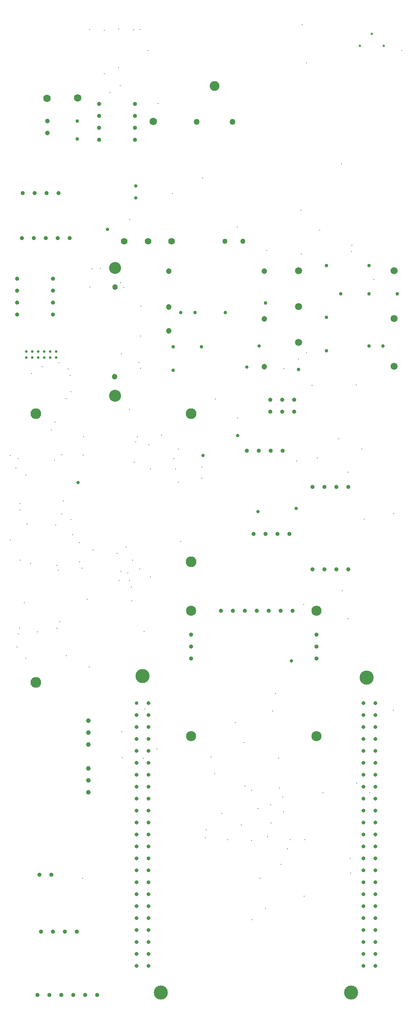
<source format=gbr>
G04 Layer_Color=0*
%FSLAX26Y26*%
%MOIN*%
%TF.FileFunction,Plated,1,6,PTH,Drill*%
%TF.Part,Single*%
G01*
G75*
%TA.AperFunction,ComponentDrill*%
%ADD150C,0.022268*%
%ADD151C,0.022268*%
%ADD152C,0.062992*%
%ADD153C,0.039370*%
%ADD154C,0.031496*%
%ADD155C,0.030000*%
%ADD156C,0.100000*%
%ADD157C,0.047000*%
%ADD158C,0.047244*%
%ADD159C,0.047244*%
%ADD160C,0.035433*%
%ADD161C,0.020000*%
%ADD162C,0.082000*%
%ADD163C,0.050000*%
%ADD164C,0.059055*%
%ADD165C,0.027559*%
%TA.AperFunction,OtherDrill,Free Pad (1908.949mil,2764.812mil)*%
%ADD166C,0.030000*%
%TA.AperFunction,OtherDrill,Free Pad (1790.837mil,2764.812mil)*%
%ADD167C,0.030000*%
%TA.AperFunction,OtherDrill,Free Pad (1436.507mil,2725.442mil)*%
%ADD168C,0.030000*%
%TA.AperFunction,OtherDrill,Free Pad (1200.287mil,2567.96mil)*%
%ADD169C,0.030000*%
%TA.AperFunction,OtherDrill,Free Pad (1436.507mil,3006.032mil)*%
%ADD170C,0.030000*%
%TA.AperFunction,OtherDrill,Free Pad (1554.617mil,3202.882mil)*%
%ADD171C,0.030000*%
%TA.AperFunction,OtherDrill,Free Pad (1790.837mil,3202.882mil)*%
%ADD172C,0.030000*%
%TA.AperFunction,OtherDrill,Free Pad (2027.057mil,3202.882mil)*%
%ADD173C,0.030000*%
%TA.AperFunction,OtherDrill,Free Pad (1790.837mil,3439.102mil)*%
%ADD174C,0.030000*%
%TA.AperFunction,OtherDrill,Free Pad (1436.507mil,3439.102mil)*%
%ADD175C,0.030000*%
%TA.AperFunction,OtherDrill,Free Pad (924.695mil,3124.142mil)*%
%ADD176C,0.030000*%
%TA.AperFunction,OtherDrill,Free Pad (590.049mil,3045.402mil)*%
%ADD177C,0.030000*%
%TA.AperFunction,OtherDrill,Free Pad (216.035mil,3045.402mil)*%
%ADD178C,0.030000*%
%TA.AperFunction,OtherDrill,Free Pad (334.145mil,3045.402mil)*%
%ADD179C,0.030000*%
%TA.AperFunction,OtherDrill,Free Pad (388.199mil,2759.812mil)*%
%ADD180C,0.030000*%
%TA.AperFunction,OtherDrill,Free Pad (151.979mil,2759.812mil)*%
%ADD181C,0.030000*%
%TA.AperFunction,OtherDrill,Free Pad (151.979mil,2562.96mil)*%
%ADD182C,0.030000*%
%TA.AperFunction,ComponentDrill*%
%ADD183C,0.055118*%
%ADD184C,0.043307*%
%TA.AperFunction,OtherDrill,Pad Free-3 (1771.153mil,-10.78mil)*%
%ADD185C,0.118110*%
%TA.AperFunction,OtherDrill,Pad Free-3 (-103.745mil,0mil)*%
%ADD186C,0.118110*%
%TA.AperFunction,OtherDrill,Pad Free-3 (49.309mil,-2648.574mil)*%
%ADD187C,0.118110*%
%TA.AperFunction,OtherDrill,Pad Free-3 (1643.201mil,-2648.574mil)*%
%ADD188C,0.118110*%
%TA.AperFunction,OtherDrill,Pad Free-3 (300.585mil,959.41mil)*%
%ADD189C,0.090000*%
%TA.AperFunction,OtherDrill,Pad Free-3 (-999.415mil,-50.59mil)*%
%ADD190C,0.090000*%
%TA.AperFunction,OtherDrill,Pad Free-3 (300.585mil,2199.41mil)*%
%ADD191C,0.090000*%
%TA.AperFunction,OtherDrill,Pad Free-3 (-999.415mil,2199.41mil)*%
%ADD192C,0.090000*%
%TA.AperFunction,OtherDrill,Pad Free-4 (300.585mil,-500.59mil)*%
%ADD193C,0.085000*%
%TA.AperFunction,OtherDrill,Pad Free-5 (1350.585mil,549.41mil)*%
%ADD194C,0.085000*%
%TA.AperFunction,OtherDrill,Pad Free-6 (1350.585mil,-500.59mil)*%
%ADD195C,0.085000*%
%TA.AperFunction,OtherDrill,Pad Free-7 (300.585mil,549.41mil)*%
%ADD196C,0.085000*%
%TA.AperFunction,ComponentDrill*%
%ADD197C,0.035433*%
%TA.AperFunction,ViaDrill,NotFilled*%
%ADD198C,0.011811*%
%ADD199C,0.028000*%
D150*
X-828493Y2717567D02*
D03*
X-878493Y2717567D02*
D03*
X-928493Y2717567D02*
D03*
X-978493Y2717567D02*
D03*
X-1028493Y2717567D02*
D03*
X-1078493Y2717567D02*
D03*
X-828493Y2667567D02*
D03*
X-928493Y2667567D02*
D03*
X-978493Y2667567D02*
D03*
X-1028493Y2667567D02*
D03*
X-878493Y2667567D02*
D03*
D151*
X-1078493Y2667567D02*
D03*
D152*
X-904115Y4839000D02*
D03*
X-647115Y4840000D02*
D03*
X-14115Y4644000D02*
D03*
D153*
X-902415Y4547094D02*
D03*
X-902415Y4647094D02*
D03*
X-559415Y-770590D02*
D03*
X-559415Y-870590D02*
D03*
X-559415Y-970590D02*
D03*
X-559415Y-570590D02*
D03*
X-559415Y-470590D02*
D03*
X-559415Y-370590D02*
D03*
D154*
X-53745Y-225000D02*
D03*
X-53745Y-325000D02*
D03*
X-53745Y-425000D02*
D03*
X-53745Y-525000D02*
D03*
X-53745Y-625000D02*
D03*
X-53745Y-725000D02*
D03*
X-53745Y-825000D02*
D03*
X-53745Y-925000D02*
D03*
X-53745Y-1025000D02*
D03*
X-53745Y-1125000D02*
D03*
X-53745Y-1225000D02*
D03*
X-53745Y-1325000D02*
D03*
X-53745Y-1425000D02*
D03*
X-53745Y-1525000D02*
D03*
X-53745Y-1625000D02*
D03*
X-53745Y-1725000D02*
D03*
X-53745Y-1825000D02*
D03*
X-53745Y-1925000D02*
D03*
X-53745Y-2025000D02*
D03*
X-53745Y-2125000D02*
D03*
X-53745Y-2225000D02*
D03*
X-53745Y-2325000D02*
D03*
X-53745Y-2425000D02*
D03*
X-153745Y-325000D02*
D03*
X-153745Y-425000D02*
D03*
X-153745Y-525000D02*
D03*
X-153745Y-625000D02*
D03*
X-153745Y-725000D02*
D03*
X-153745Y-825000D02*
D03*
X-153745Y-925000D02*
D03*
X-153745Y-1025000D02*
D03*
X-153745Y-1125000D02*
D03*
X-153745Y-1225000D02*
D03*
X-153745Y-1325000D02*
D03*
X-153745Y-1425000D02*
D03*
X-153745Y-1525000D02*
D03*
X-153745Y-1625000D02*
D03*
X-153745Y-1725000D02*
D03*
X-153745Y-1825000D02*
D03*
X-153745Y-1925000D02*
D03*
X-153745Y-2025000D02*
D03*
X-153745Y-2125000D02*
D03*
X-153745Y-2225000D02*
D03*
X-153745Y-2325000D02*
D03*
X-153745Y-2425000D02*
D03*
X1746255Y-225000D02*
D03*
X1846255Y-225000D02*
D03*
X1846255Y-325000D02*
D03*
X1846255Y-425000D02*
D03*
X1846255Y-525000D02*
D03*
X1846255Y-625000D02*
D03*
X1846255Y-725000D02*
D03*
X1846255Y-825000D02*
D03*
X1846255Y-925000D02*
D03*
X1846255Y-1025000D02*
D03*
X1846255Y-1125000D02*
D03*
X1846255Y-1225000D02*
D03*
X1846255Y-1325000D02*
D03*
X1846255Y-1425000D02*
D03*
X1846255Y-1525000D02*
D03*
X1846255Y-1625000D02*
D03*
X1846255Y-1725000D02*
D03*
X1846255Y-1825000D02*
D03*
X1846255Y-1925000D02*
D03*
X1846255Y-2025000D02*
D03*
X1846255Y-2125000D02*
D03*
X1846255Y-2225000D02*
D03*
X1846255Y-2325000D02*
D03*
X1846255Y-2425000D02*
D03*
X1746255Y-325000D02*
D03*
X1746255Y-425000D02*
D03*
X1746255Y-525000D02*
D03*
X1746255Y-625000D02*
D03*
X1746255Y-725000D02*
D03*
X1746255Y-825000D02*
D03*
X1746255Y-925000D02*
D03*
X1746255Y-1025000D02*
D03*
X1746255Y-1125000D02*
D03*
X1746255Y-1225000D02*
D03*
X1746255Y-1325000D02*
D03*
X1746255Y-1425000D02*
D03*
X1746255Y-1525000D02*
D03*
X1746255Y-1625000D02*
D03*
X1746255Y-1725000D02*
D03*
X1746255Y-1825000D02*
D03*
X1746255Y-1925000D02*
D03*
X1746255Y-2025000D02*
D03*
X1746255Y-2125000D02*
D03*
X1746255Y-2225000D02*
D03*
X1746255Y-2325000D02*
D03*
X1746255Y-2425000D02*
D03*
D155*
X-153745Y-225000D02*
D03*
X-650107Y4646700D02*
D03*
X-650107Y4497094D02*
D03*
D156*
X-335147Y2346722D02*
D03*
X-335147Y3419122D02*
D03*
D157*
X-335147Y3257222D02*
D03*
X-336747Y2508622D02*
D03*
D158*
X914853Y2991190D02*
D03*
D159*
X114853Y3391190D02*
D03*
X114853Y3091190D02*
D03*
X114853Y2891190D02*
D03*
X914853Y3391190D02*
D03*
X914853Y2591190D02*
D03*
D160*
X964067Y2213630D02*
D03*
X1064067Y2213630D02*
D03*
X1164067Y2213630D02*
D03*
X1164067Y2313630D02*
D03*
X1064067Y2313630D02*
D03*
X964067Y2313630D02*
D03*
X826271Y1190008D02*
D03*
X926271Y1190008D02*
D03*
X1026271Y1190008D02*
D03*
X1126271Y1190008D02*
D03*
X767215Y1888826D02*
D03*
X867215Y1888826D02*
D03*
X967215Y1888826D02*
D03*
X1067215Y1888826D02*
D03*
X1318397Y1583708D02*
D03*
X1418397Y1583708D02*
D03*
X1518397Y1583708D02*
D03*
X1618397Y1583708D02*
D03*
X-807587Y4044338D02*
D03*
X-907587Y4044338D02*
D03*
X-1007587Y4044338D02*
D03*
X-1107587Y4044338D02*
D03*
X1318397Y894732D02*
D03*
X1418397Y894732D02*
D03*
X1518397Y894732D02*
D03*
X1618397Y894732D02*
D03*
X-1116051Y3668158D02*
D03*
X-716051Y3668158D02*
D03*
X-816051Y3668158D02*
D03*
X-916051Y3668158D02*
D03*
X-1016051Y3668158D02*
D03*
X-854435Y3027606D02*
D03*
X-854435Y3127606D02*
D03*
X-854435Y3227606D02*
D03*
X-854435Y3327606D02*
D03*
X-1154435Y3027606D02*
D03*
X-1154435Y3127606D02*
D03*
X-1154435Y3227606D02*
D03*
X-1154435Y3327606D02*
D03*
X-167429Y4490796D02*
D03*
X-167429Y4590796D02*
D03*
X-167429Y4690796D02*
D03*
X-167429Y4790796D02*
D03*
X-467429Y4490796D02*
D03*
X-467429Y4590796D02*
D03*
X-467429Y4690796D02*
D03*
X-467429Y4790796D02*
D03*
X-484755Y-2668260D02*
D03*
X-584755Y-2668260D02*
D03*
X-684755Y-2668260D02*
D03*
X-784755Y-2668260D02*
D03*
X-884755Y-2668260D02*
D03*
X-984755Y-2668260D02*
D03*
X-869413Y-1660590D02*
D03*
X-969413Y-1660590D02*
D03*
X950585Y549410D02*
D03*
X1150585Y549410D02*
D03*
X1050585Y549410D02*
D03*
X850585Y549410D02*
D03*
X750585Y549410D02*
D03*
X650585Y549410D02*
D03*
X550585Y549410D02*
D03*
X-655815Y-2137748D02*
D03*
X-755815Y-2137748D02*
D03*
X-855815Y-2137748D02*
D03*
X-955815Y-2137748D02*
D03*
D161*
X1815585Y5379410D02*
D03*
X1915585Y5279410D02*
D03*
X1715585Y5279410D02*
D03*
D162*
X496885Y4943000D02*
D03*
D163*
X646885Y4643000D02*
D03*
X346885Y4643000D02*
D03*
D164*
X1200287Y3094732D02*
D03*
X1200287Y2794732D02*
D03*
X1200287Y3394732D02*
D03*
X2000287Y2594732D02*
D03*
X2000287Y2994732D02*
D03*
X2000287Y3394732D02*
D03*
D165*
X-159951Y4004180D02*
D03*
X-159951Y4104180D02*
D03*
D166*
X1908949Y2764812D02*
D03*
D167*
X1790837Y2764812D02*
D03*
D168*
X1436507Y2725442D02*
D03*
D169*
X1200287Y2567960D02*
D03*
D170*
X1436507Y3006032D02*
D03*
D171*
X1554617Y3202882D02*
D03*
D172*
X1790837Y3202882D02*
D03*
D173*
X2027057Y3202882D02*
D03*
D174*
X1790837Y3439102D02*
D03*
D175*
X1436507Y3439102D02*
D03*
D176*
X924695Y3124142D02*
D03*
D177*
X590049Y3045402D02*
D03*
D178*
X216035Y3045402D02*
D03*
D179*
X334145Y3045402D02*
D03*
D180*
X388199Y2759812D02*
D03*
D181*
X151979Y2759812D02*
D03*
D182*
X151979Y2562960D02*
D03*
D183*
X-59753Y3643158D02*
D03*
X-258179Y3643158D02*
D03*
X138671Y3643158D02*
D03*
D184*
X585129Y3643158D02*
D03*
X733947Y3643158D02*
D03*
D185*
X1771153Y-10780D02*
D03*
D186*
X-103745Y0D02*
D03*
D187*
X49309Y-2648574D02*
D03*
D188*
X1643201Y-2648574D02*
D03*
D189*
X300585Y959410D02*
D03*
D190*
X-999415Y-50590D02*
D03*
D191*
X300585Y2199410D02*
D03*
D192*
X-999415Y2199410D02*
D03*
D193*
X300585Y-500590D02*
D03*
D194*
X1350585Y549410D02*
D03*
D195*
X1350585Y-500590D02*
D03*
D196*
X300585Y549410D02*
D03*
D197*
X1350585Y149410D02*
D03*
X1350585Y249410D02*
D03*
X1350585Y349410D02*
D03*
X300585Y149410D02*
D03*
X300585Y249410D02*
D03*
X300585Y349410D02*
D03*
D198*
X-1033493Y2533568D02*
D03*
X-527481Y3410930D02*
D03*
X-458481Y3415930D02*
D03*
X-120115Y2848000D02*
D03*
X-123415Y5414410D02*
D03*
X-705481Y1311930D02*
D03*
X159519Y1821930D02*
D03*
X-280481Y2696930D02*
D03*
X936255Y3565000D02*
D03*
X1223885Y3534000D02*
D03*
X-704615Y2381500D02*
D03*
X-799115Y453788D02*
D03*
X-813115Y888000D02*
D03*
X-1210115Y1847000D02*
D03*
X466885Y-675000D02*
D03*
X-1210115Y1141000D02*
D03*
X-228847Y865204D02*
D03*
X-188115Y970000D02*
D03*
X-286115Y878000D02*
D03*
X-1130423Y1443944D02*
D03*
X966885Y-1075000D02*
D03*
X1567255Y714000D02*
D03*
X-567115Y644000D02*
D03*
X54885Y2017000D02*
D03*
X1994885Y-285000D02*
D03*
X985885Y-291000D02*
D03*
X1538885Y1988000D02*
D03*
X-1130423Y1392764D02*
D03*
X-214115Y2234000D02*
D03*
X172727Y1733316D02*
D03*
X391885Y1658000D02*
D03*
X1269885Y2707212D02*
D03*
X196349Y1902606D02*
D03*
X1009885Y-145000D02*
D03*
X-210115Y3824000D02*
D03*
X-598925Y2004968D02*
D03*
X1733069Y1900888D02*
D03*
X-543807Y3256938D02*
D03*
X-118611Y3099456D02*
D03*
X1248909Y-1840976D02*
D03*
X926303Y-1945000D02*
D03*
X-197351Y747094D02*
D03*
X673255Y-390000D02*
D03*
X428633Y-1284402D02*
D03*
X-516745Y1056000D02*
D03*
X-127745Y899000D02*
D03*
X-820745Y929000D02*
D03*
X-767745Y1468000D02*
D03*
X-983745Y370000D02*
D03*
X-1133745Y405000D02*
D03*
X-945745Y2592000D02*
D03*
X1232767Y5453196D02*
D03*
X504885Y2322000D02*
D03*
X1184539Y1802212D02*
D03*
X1648255Y3607000D02*
D03*
X1562491Y4290402D02*
D03*
X1832885Y3321000D02*
D03*
X810885Y-2038338D02*
D03*
X808255Y-1375000D02*
D03*
X1042807Y-934008D02*
D03*
X-300697Y801228D02*
D03*
X-1072745Y1274000D02*
D03*
X-821745Y403000D02*
D03*
X1074303Y-1134796D02*
D03*
X607255Y-1370000D02*
D03*
X420759Y-1351330D02*
D03*
X-690067Y1185404D02*
D03*
X214885Y1129000D02*
D03*
X-240745Y1083000D02*
D03*
X-318745Y1029000D02*
D03*
X-377115Y4887000D02*
D03*
X-99115Y-690000D02*
D03*
X497529Y-816000D02*
D03*
X-1094989Y615204D02*
D03*
X-612745Y904000D02*
D03*
X877885Y-1692000D02*
D03*
X1056587Y-1575742D02*
D03*
X1686255Y2437000D02*
D03*
X1077255Y2576000D02*
D03*
X1315255Y2436000D02*
D03*
X1997885Y1361268D02*
D03*
X2065885Y5239000D02*
D03*
X144885Y4042598D02*
D03*
X-742115Y171000D02*
D03*
X1615885Y482000D02*
D03*
X-195659Y630000D02*
D03*
X1635231Y-1525346D02*
D03*
X1636885Y-1650000D02*
D03*
X689885Y3760000D02*
D03*
X-1155115Y245000D02*
D03*
X-149745Y2006000D02*
D03*
X-90115Y374000D02*
D03*
X-287115Y3295000D02*
D03*
X-842115Y1807000D02*
D03*
X1200287Y2655000D02*
D03*
X1357885Y1827000D02*
D03*
X-291115Y4945914D02*
D03*
X-1040115Y944748D02*
D03*
X-806115Y2624000D02*
D03*
X1644885Y3555000D02*
D03*
X942885Y-1345678D02*
D03*
X807885Y-954000D02*
D03*
X1750885Y1316000D02*
D03*
X-1082115Y1686000D02*
D03*
X-1145115Y1819930D02*
D03*
X-710835Y2517440D02*
D03*
X-276115Y-680346D02*
D03*
X-729115Y2573000D02*
D03*
X1614885Y1709000D02*
D03*
X-120115Y2577000D02*
D03*
X-262311Y3256000D02*
D03*
X-745115Y2324008D02*
D03*
X1033885Y-685000D02*
D03*
X1404043Y-975842D02*
D03*
X750885Y-918000D02*
D03*
X-215115Y803000D02*
D03*
X-1080115Y151000D02*
D03*
X973255Y-1228000D02*
D03*
X-1129745Y973000D02*
D03*
X-1164745Y1745000D02*
D03*
X-1146171Y355362D02*
D03*
X-781745Y1854000D02*
D03*
X-38745Y1734000D02*
D03*
X1108255Y-1444000D02*
D03*
X691255Y2160000D02*
D03*
X-602745Y1850000D02*
D03*
X390255Y1750000D02*
D03*
X-39745Y833000D02*
D03*
X-174745Y1793000D02*
D03*
X-162745Y1960000D02*
D03*
X396885Y4171000D02*
D03*
X-839745Y2129000D02*
D03*
X-866745Y2061000D02*
D03*
X-51745Y1939000D02*
D03*
X1223255Y3900000D02*
D03*
X1379255Y3734000D02*
D03*
X-782495Y1358000D02*
D03*
X1256255Y-1368000D02*
D03*
X1130255Y-1369000D02*
D03*
X-632745Y959000D02*
D03*
X-635745Y1117000D02*
D03*
X-830513Y1266000D02*
D03*
X196255Y1625000D02*
D03*
X1245467Y601772D02*
D03*
X557949Y-1148228D02*
D03*
X862949Y-1108228D02*
D03*
X-134115Y2629000D02*
D03*
X746255Y-555000D02*
D03*
X-609415Y-1690590D02*
D03*
X721885Y-1246000D02*
D03*
X1066885Y-1012000D02*
D03*
X-279115Y-465000D02*
D03*
X-550115Y77000D02*
D03*
X-304415Y5419410D02*
D03*
X-424415Y5409410D02*
D03*
X24579Y4796306D02*
D03*
X-177087Y5411720D02*
D03*
X-59115Y5239000D02*
D03*
X-549115Y5414000D02*
D03*
X-424415Y5043700D02*
D03*
X-304415Y5093700D02*
D03*
X1266885Y5136000D02*
D03*
X-85000Y-275000D02*
D03*
X16032Y-609000D02*
D03*
X1686843Y-896472D02*
D03*
X1800000Y-975000D02*
D03*
D199*
X-645745Y1623000D02*
D03*
X690255Y2014000D02*
D03*
X402255Y1848000D02*
D03*
X768255Y2588000D02*
D03*
X871255Y2764000D02*
D03*
X-396745Y3742000D02*
D03*
X1180585Y1404700D02*
D03*
X860585Y1379410D02*
D03*
X1140585Y129410D02*
D03*
%TF.MD5,8f2eea03d9d987fc4aec7d93542bc34c*%
M02*

</source>
